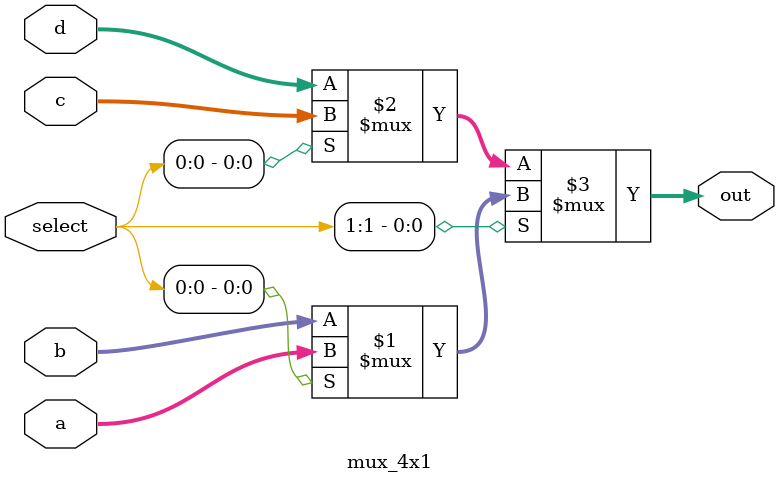
<source format=v>
module mux_2x1 (a, b, select, out); 
    input [31:0] a, b; 
    input select;
    output [31:0] out; 
    assign out = select ? a : b; 
endmodule

module mux_4x1 (a, b, c, d, select, out); 
    input [31:0] a, b, c, d; 
    input [1:0] select;
    output [31:0] out; 
    assign out = select[1] ? (select[0] ? a : b) : (select[0] ? c : d);
endmodule
</source>
